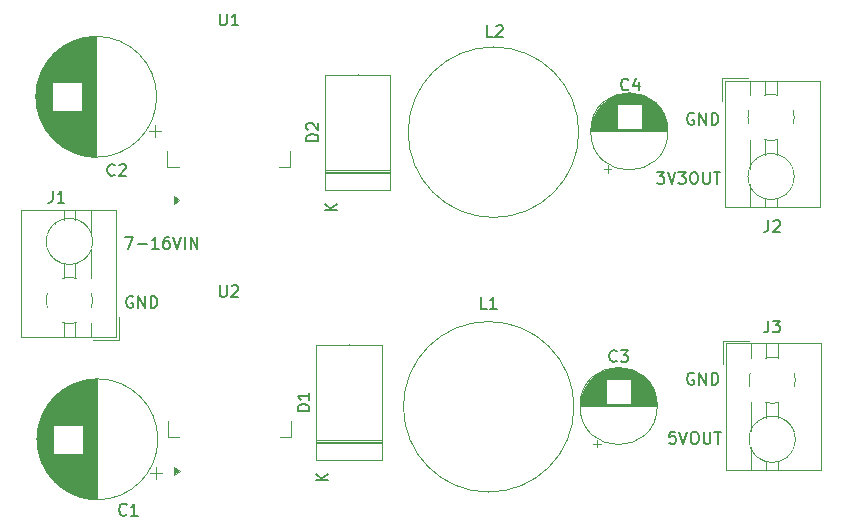
<source format=gbr>
%TF.GenerationSoftware,KiCad,Pcbnew,8.0.7*%
%TF.CreationDate,2024-12-31T18:49:18-05:00*%
%TF.ProjectId,12V-5V-3V3-BuckConverter,3132562d-3556-42d3-9356-332d4275636b,rev?*%
%TF.SameCoordinates,Original*%
%TF.FileFunction,Legend,Top*%
%TF.FilePolarity,Positive*%
%FSLAX46Y46*%
G04 Gerber Fmt 4.6, Leading zero omitted, Abs format (unit mm)*
G04 Created by KiCad (PCBNEW 8.0.7) date 2024-12-31 18:49:18*
%MOMM*%
%LPD*%
G01*
G04 APERTURE LIST*
%ADD10C,0.150000*%
%ADD11C,0.120000*%
G04 APERTURE END LIST*
D10*
X204241541Y-84369819D02*
X204860588Y-84369819D01*
X204860588Y-84369819D02*
X204527255Y-84750771D01*
X204527255Y-84750771D02*
X204670112Y-84750771D01*
X204670112Y-84750771D02*
X204765350Y-84798390D01*
X204765350Y-84798390D02*
X204812969Y-84846009D01*
X204812969Y-84846009D02*
X204860588Y-84941247D01*
X204860588Y-84941247D02*
X204860588Y-85179342D01*
X204860588Y-85179342D02*
X204812969Y-85274580D01*
X204812969Y-85274580D02*
X204765350Y-85322200D01*
X204765350Y-85322200D02*
X204670112Y-85369819D01*
X204670112Y-85369819D02*
X204384398Y-85369819D01*
X204384398Y-85369819D02*
X204289160Y-85322200D01*
X204289160Y-85322200D02*
X204241541Y-85274580D01*
X205146303Y-84369819D02*
X205479636Y-85369819D01*
X205479636Y-85369819D02*
X205812969Y-84369819D01*
X206051065Y-84369819D02*
X206670112Y-84369819D01*
X206670112Y-84369819D02*
X206336779Y-84750771D01*
X206336779Y-84750771D02*
X206479636Y-84750771D01*
X206479636Y-84750771D02*
X206574874Y-84798390D01*
X206574874Y-84798390D02*
X206622493Y-84846009D01*
X206622493Y-84846009D02*
X206670112Y-84941247D01*
X206670112Y-84941247D02*
X206670112Y-85179342D01*
X206670112Y-85179342D02*
X206622493Y-85274580D01*
X206622493Y-85274580D02*
X206574874Y-85322200D01*
X206574874Y-85322200D02*
X206479636Y-85369819D01*
X206479636Y-85369819D02*
X206193922Y-85369819D01*
X206193922Y-85369819D02*
X206098684Y-85322200D01*
X206098684Y-85322200D02*
X206051065Y-85274580D01*
X207289160Y-84369819D02*
X207479636Y-84369819D01*
X207479636Y-84369819D02*
X207574874Y-84417438D01*
X207574874Y-84417438D02*
X207670112Y-84512676D01*
X207670112Y-84512676D02*
X207717731Y-84703152D01*
X207717731Y-84703152D02*
X207717731Y-85036485D01*
X207717731Y-85036485D02*
X207670112Y-85226961D01*
X207670112Y-85226961D02*
X207574874Y-85322200D01*
X207574874Y-85322200D02*
X207479636Y-85369819D01*
X207479636Y-85369819D02*
X207289160Y-85369819D01*
X207289160Y-85369819D02*
X207193922Y-85322200D01*
X207193922Y-85322200D02*
X207098684Y-85226961D01*
X207098684Y-85226961D02*
X207051065Y-85036485D01*
X207051065Y-85036485D02*
X207051065Y-84703152D01*
X207051065Y-84703152D02*
X207098684Y-84512676D01*
X207098684Y-84512676D02*
X207193922Y-84417438D01*
X207193922Y-84417438D02*
X207289160Y-84369819D01*
X208146303Y-84369819D02*
X208146303Y-85179342D01*
X208146303Y-85179342D02*
X208193922Y-85274580D01*
X208193922Y-85274580D02*
X208241541Y-85322200D01*
X208241541Y-85322200D02*
X208336779Y-85369819D01*
X208336779Y-85369819D02*
X208527255Y-85369819D01*
X208527255Y-85369819D02*
X208622493Y-85322200D01*
X208622493Y-85322200D02*
X208670112Y-85274580D01*
X208670112Y-85274580D02*
X208717731Y-85179342D01*
X208717731Y-85179342D02*
X208717731Y-84369819D01*
X209051065Y-84369819D02*
X209622493Y-84369819D01*
X209336779Y-85369819D02*
X209336779Y-84369819D01*
X159241541Y-89869819D02*
X159908207Y-89869819D01*
X159908207Y-89869819D02*
X159479636Y-90869819D01*
X160289160Y-90488866D02*
X161051065Y-90488866D01*
X162051064Y-90869819D02*
X161479636Y-90869819D01*
X161765350Y-90869819D02*
X161765350Y-89869819D01*
X161765350Y-89869819D02*
X161670112Y-90012676D01*
X161670112Y-90012676D02*
X161574874Y-90107914D01*
X161574874Y-90107914D02*
X161479636Y-90155533D01*
X162908207Y-89869819D02*
X162717731Y-89869819D01*
X162717731Y-89869819D02*
X162622493Y-89917438D01*
X162622493Y-89917438D02*
X162574874Y-89965057D01*
X162574874Y-89965057D02*
X162479636Y-90107914D01*
X162479636Y-90107914D02*
X162432017Y-90298390D01*
X162432017Y-90298390D02*
X162432017Y-90679342D01*
X162432017Y-90679342D02*
X162479636Y-90774580D01*
X162479636Y-90774580D02*
X162527255Y-90822200D01*
X162527255Y-90822200D02*
X162622493Y-90869819D01*
X162622493Y-90869819D02*
X162812969Y-90869819D01*
X162812969Y-90869819D02*
X162908207Y-90822200D01*
X162908207Y-90822200D02*
X162955826Y-90774580D01*
X162955826Y-90774580D02*
X163003445Y-90679342D01*
X163003445Y-90679342D02*
X163003445Y-90441247D01*
X163003445Y-90441247D02*
X162955826Y-90346009D01*
X162955826Y-90346009D02*
X162908207Y-90298390D01*
X162908207Y-90298390D02*
X162812969Y-90250771D01*
X162812969Y-90250771D02*
X162622493Y-90250771D01*
X162622493Y-90250771D02*
X162527255Y-90298390D01*
X162527255Y-90298390D02*
X162479636Y-90346009D01*
X162479636Y-90346009D02*
X162432017Y-90441247D01*
X163289160Y-89869819D02*
X163622493Y-90869819D01*
X163622493Y-90869819D02*
X163955826Y-89869819D01*
X164289160Y-90869819D02*
X164289160Y-89869819D01*
X164765350Y-90869819D02*
X164765350Y-89869819D01*
X164765350Y-89869819D02*
X165336778Y-90869819D01*
X165336778Y-90869819D02*
X165336778Y-89869819D01*
X207360588Y-101417438D02*
X207265350Y-101369819D01*
X207265350Y-101369819D02*
X207122493Y-101369819D01*
X207122493Y-101369819D02*
X206979636Y-101417438D01*
X206979636Y-101417438D02*
X206884398Y-101512676D01*
X206884398Y-101512676D02*
X206836779Y-101607914D01*
X206836779Y-101607914D02*
X206789160Y-101798390D01*
X206789160Y-101798390D02*
X206789160Y-101941247D01*
X206789160Y-101941247D02*
X206836779Y-102131723D01*
X206836779Y-102131723D02*
X206884398Y-102226961D01*
X206884398Y-102226961D02*
X206979636Y-102322200D01*
X206979636Y-102322200D02*
X207122493Y-102369819D01*
X207122493Y-102369819D02*
X207217731Y-102369819D01*
X207217731Y-102369819D02*
X207360588Y-102322200D01*
X207360588Y-102322200D02*
X207408207Y-102274580D01*
X207408207Y-102274580D02*
X207408207Y-101941247D01*
X207408207Y-101941247D02*
X207217731Y-101941247D01*
X207836779Y-102369819D02*
X207836779Y-101369819D01*
X207836779Y-101369819D02*
X208408207Y-102369819D01*
X208408207Y-102369819D02*
X208408207Y-101369819D01*
X208884398Y-102369819D02*
X208884398Y-101369819D01*
X208884398Y-101369819D02*
X209122493Y-101369819D01*
X209122493Y-101369819D02*
X209265350Y-101417438D01*
X209265350Y-101417438D02*
X209360588Y-101512676D01*
X209360588Y-101512676D02*
X209408207Y-101607914D01*
X209408207Y-101607914D02*
X209455826Y-101798390D01*
X209455826Y-101798390D02*
X209455826Y-101941247D01*
X209455826Y-101941247D02*
X209408207Y-102131723D01*
X209408207Y-102131723D02*
X209360588Y-102226961D01*
X209360588Y-102226961D02*
X209265350Y-102322200D01*
X209265350Y-102322200D02*
X209122493Y-102369819D01*
X209122493Y-102369819D02*
X208884398Y-102369819D01*
X207360588Y-79417438D02*
X207265350Y-79369819D01*
X207265350Y-79369819D02*
X207122493Y-79369819D01*
X207122493Y-79369819D02*
X206979636Y-79417438D01*
X206979636Y-79417438D02*
X206884398Y-79512676D01*
X206884398Y-79512676D02*
X206836779Y-79607914D01*
X206836779Y-79607914D02*
X206789160Y-79798390D01*
X206789160Y-79798390D02*
X206789160Y-79941247D01*
X206789160Y-79941247D02*
X206836779Y-80131723D01*
X206836779Y-80131723D02*
X206884398Y-80226961D01*
X206884398Y-80226961D02*
X206979636Y-80322200D01*
X206979636Y-80322200D02*
X207122493Y-80369819D01*
X207122493Y-80369819D02*
X207217731Y-80369819D01*
X207217731Y-80369819D02*
X207360588Y-80322200D01*
X207360588Y-80322200D02*
X207408207Y-80274580D01*
X207408207Y-80274580D02*
X207408207Y-79941247D01*
X207408207Y-79941247D02*
X207217731Y-79941247D01*
X207836779Y-80369819D02*
X207836779Y-79369819D01*
X207836779Y-79369819D02*
X208408207Y-80369819D01*
X208408207Y-80369819D02*
X208408207Y-79369819D01*
X208884398Y-80369819D02*
X208884398Y-79369819D01*
X208884398Y-79369819D02*
X209122493Y-79369819D01*
X209122493Y-79369819D02*
X209265350Y-79417438D01*
X209265350Y-79417438D02*
X209360588Y-79512676D01*
X209360588Y-79512676D02*
X209408207Y-79607914D01*
X209408207Y-79607914D02*
X209455826Y-79798390D01*
X209455826Y-79798390D02*
X209455826Y-79941247D01*
X209455826Y-79941247D02*
X209408207Y-80131723D01*
X209408207Y-80131723D02*
X209360588Y-80226961D01*
X209360588Y-80226961D02*
X209265350Y-80322200D01*
X209265350Y-80322200D02*
X209122493Y-80369819D01*
X209122493Y-80369819D02*
X208884398Y-80369819D01*
X159860588Y-94917438D02*
X159765350Y-94869819D01*
X159765350Y-94869819D02*
X159622493Y-94869819D01*
X159622493Y-94869819D02*
X159479636Y-94917438D01*
X159479636Y-94917438D02*
X159384398Y-95012676D01*
X159384398Y-95012676D02*
X159336779Y-95107914D01*
X159336779Y-95107914D02*
X159289160Y-95298390D01*
X159289160Y-95298390D02*
X159289160Y-95441247D01*
X159289160Y-95441247D02*
X159336779Y-95631723D01*
X159336779Y-95631723D02*
X159384398Y-95726961D01*
X159384398Y-95726961D02*
X159479636Y-95822200D01*
X159479636Y-95822200D02*
X159622493Y-95869819D01*
X159622493Y-95869819D02*
X159717731Y-95869819D01*
X159717731Y-95869819D02*
X159860588Y-95822200D01*
X159860588Y-95822200D02*
X159908207Y-95774580D01*
X159908207Y-95774580D02*
X159908207Y-95441247D01*
X159908207Y-95441247D02*
X159717731Y-95441247D01*
X160336779Y-95869819D02*
X160336779Y-94869819D01*
X160336779Y-94869819D02*
X160908207Y-95869819D01*
X160908207Y-95869819D02*
X160908207Y-94869819D01*
X161384398Y-95869819D02*
X161384398Y-94869819D01*
X161384398Y-94869819D02*
X161622493Y-94869819D01*
X161622493Y-94869819D02*
X161765350Y-94917438D01*
X161765350Y-94917438D02*
X161860588Y-95012676D01*
X161860588Y-95012676D02*
X161908207Y-95107914D01*
X161908207Y-95107914D02*
X161955826Y-95298390D01*
X161955826Y-95298390D02*
X161955826Y-95441247D01*
X161955826Y-95441247D02*
X161908207Y-95631723D01*
X161908207Y-95631723D02*
X161860588Y-95726961D01*
X161860588Y-95726961D02*
X161765350Y-95822200D01*
X161765350Y-95822200D02*
X161622493Y-95869819D01*
X161622493Y-95869819D02*
X161384398Y-95869819D01*
X205812969Y-106369819D02*
X205336779Y-106369819D01*
X205336779Y-106369819D02*
X205289160Y-106846009D01*
X205289160Y-106846009D02*
X205336779Y-106798390D01*
X205336779Y-106798390D02*
X205432017Y-106750771D01*
X205432017Y-106750771D02*
X205670112Y-106750771D01*
X205670112Y-106750771D02*
X205765350Y-106798390D01*
X205765350Y-106798390D02*
X205812969Y-106846009D01*
X205812969Y-106846009D02*
X205860588Y-106941247D01*
X205860588Y-106941247D02*
X205860588Y-107179342D01*
X205860588Y-107179342D02*
X205812969Y-107274580D01*
X205812969Y-107274580D02*
X205765350Y-107322200D01*
X205765350Y-107322200D02*
X205670112Y-107369819D01*
X205670112Y-107369819D02*
X205432017Y-107369819D01*
X205432017Y-107369819D02*
X205336779Y-107322200D01*
X205336779Y-107322200D02*
X205289160Y-107274580D01*
X206146303Y-106369819D02*
X206479636Y-107369819D01*
X206479636Y-107369819D02*
X206812969Y-106369819D01*
X207336779Y-106369819D02*
X207527255Y-106369819D01*
X207527255Y-106369819D02*
X207622493Y-106417438D01*
X207622493Y-106417438D02*
X207717731Y-106512676D01*
X207717731Y-106512676D02*
X207765350Y-106703152D01*
X207765350Y-106703152D02*
X207765350Y-107036485D01*
X207765350Y-107036485D02*
X207717731Y-107226961D01*
X207717731Y-107226961D02*
X207622493Y-107322200D01*
X207622493Y-107322200D02*
X207527255Y-107369819D01*
X207527255Y-107369819D02*
X207336779Y-107369819D01*
X207336779Y-107369819D02*
X207241541Y-107322200D01*
X207241541Y-107322200D02*
X207146303Y-107226961D01*
X207146303Y-107226961D02*
X207098684Y-107036485D01*
X207098684Y-107036485D02*
X207098684Y-106703152D01*
X207098684Y-106703152D02*
X207146303Y-106512676D01*
X207146303Y-106512676D02*
X207241541Y-106417438D01*
X207241541Y-106417438D02*
X207336779Y-106369819D01*
X208193922Y-106369819D02*
X208193922Y-107179342D01*
X208193922Y-107179342D02*
X208241541Y-107274580D01*
X208241541Y-107274580D02*
X208289160Y-107322200D01*
X208289160Y-107322200D02*
X208384398Y-107369819D01*
X208384398Y-107369819D02*
X208574874Y-107369819D01*
X208574874Y-107369819D02*
X208670112Y-107322200D01*
X208670112Y-107322200D02*
X208717731Y-107274580D01*
X208717731Y-107274580D02*
X208765350Y-107179342D01*
X208765350Y-107179342D02*
X208765350Y-106369819D01*
X209098684Y-106369819D02*
X209670112Y-106369819D01*
X209384398Y-107369819D02*
X209384398Y-106369819D01*
X167238095Y-70954819D02*
X167238095Y-71764342D01*
X167238095Y-71764342D02*
X167285714Y-71859580D01*
X167285714Y-71859580D02*
X167333333Y-71907200D01*
X167333333Y-71907200D02*
X167428571Y-71954819D01*
X167428571Y-71954819D02*
X167619047Y-71954819D01*
X167619047Y-71954819D02*
X167714285Y-71907200D01*
X167714285Y-71907200D02*
X167761904Y-71859580D01*
X167761904Y-71859580D02*
X167809523Y-71764342D01*
X167809523Y-71764342D02*
X167809523Y-70954819D01*
X168809523Y-71954819D02*
X168238095Y-71954819D01*
X168523809Y-71954819D02*
X168523809Y-70954819D01*
X168523809Y-70954819D02*
X168428571Y-71097676D01*
X168428571Y-71097676D02*
X168333333Y-71192914D01*
X168333333Y-71192914D02*
X168238095Y-71240533D01*
X190333333Y-72954819D02*
X189857143Y-72954819D01*
X189857143Y-72954819D02*
X189857143Y-71954819D01*
X190619048Y-72050057D02*
X190666667Y-72002438D01*
X190666667Y-72002438D02*
X190761905Y-71954819D01*
X190761905Y-71954819D02*
X191000000Y-71954819D01*
X191000000Y-71954819D02*
X191095238Y-72002438D01*
X191095238Y-72002438D02*
X191142857Y-72050057D01*
X191142857Y-72050057D02*
X191190476Y-72145295D01*
X191190476Y-72145295D02*
X191190476Y-72240533D01*
X191190476Y-72240533D02*
X191142857Y-72383390D01*
X191142857Y-72383390D02*
X190571429Y-72954819D01*
X190571429Y-72954819D02*
X191190476Y-72954819D01*
X189833333Y-95954819D02*
X189357143Y-95954819D01*
X189357143Y-95954819D02*
X189357143Y-94954819D01*
X190690476Y-95954819D02*
X190119048Y-95954819D01*
X190404762Y-95954819D02*
X190404762Y-94954819D01*
X190404762Y-94954819D02*
X190309524Y-95097676D01*
X190309524Y-95097676D02*
X190214286Y-95192914D01*
X190214286Y-95192914D02*
X190119048Y-95240533D01*
X213666666Y-96954819D02*
X213666666Y-97669104D01*
X213666666Y-97669104D02*
X213619047Y-97811961D01*
X213619047Y-97811961D02*
X213523809Y-97907200D01*
X213523809Y-97907200D02*
X213380952Y-97954819D01*
X213380952Y-97954819D02*
X213285714Y-97954819D01*
X214047619Y-96954819D02*
X214666666Y-96954819D01*
X214666666Y-96954819D02*
X214333333Y-97335771D01*
X214333333Y-97335771D02*
X214476190Y-97335771D01*
X214476190Y-97335771D02*
X214571428Y-97383390D01*
X214571428Y-97383390D02*
X214619047Y-97431009D01*
X214619047Y-97431009D02*
X214666666Y-97526247D01*
X214666666Y-97526247D02*
X214666666Y-97764342D01*
X214666666Y-97764342D02*
X214619047Y-97859580D01*
X214619047Y-97859580D02*
X214571428Y-97907200D01*
X214571428Y-97907200D02*
X214476190Y-97954819D01*
X214476190Y-97954819D02*
X214190476Y-97954819D01*
X214190476Y-97954819D02*
X214095238Y-97907200D01*
X214095238Y-97907200D02*
X214047619Y-97859580D01*
X213671666Y-88454819D02*
X213671666Y-89169104D01*
X213671666Y-89169104D02*
X213624047Y-89311961D01*
X213624047Y-89311961D02*
X213528809Y-89407200D01*
X213528809Y-89407200D02*
X213385952Y-89454819D01*
X213385952Y-89454819D02*
X213290714Y-89454819D01*
X214100238Y-88550057D02*
X214147857Y-88502438D01*
X214147857Y-88502438D02*
X214243095Y-88454819D01*
X214243095Y-88454819D02*
X214481190Y-88454819D01*
X214481190Y-88454819D02*
X214576428Y-88502438D01*
X214576428Y-88502438D02*
X214624047Y-88550057D01*
X214624047Y-88550057D02*
X214671666Y-88645295D01*
X214671666Y-88645295D02*
X214671666Y-88740533D01*
X214671666Y-88740533D02*
X214624047Y-88883390D01*
X214624047Y-88883390D02*
X214052619Y-89454819D01*
X214052619Y-89454819D02*
X214671666Y-89454819D01*
X153071666Y-85954819D02*
X153071666Y-86669104D01*
X153071666Y-86669104D02*
X153024047Y-86811961D01*
X153024047Y-86811961D02*
X152928809Y-86907200D01*
X152928809Y-86907200D02*
X152785952Y-86954819D01*
X152785952Y-86954819D02*
X152690714Y-86954819D01*
X154071666Y-86954819D02*
X153500238Y-86954819D01*
X153785952Y-86954819D02*
X153785952Y-85954819D01*
X153785952Y-85954819D02*
X153690714Y-86097676D01*
X153690714Y-86097676D02*
X153595476Y-86192914D01*
X153595476Y-86192914D02*
X153500238Y-86240533D01*
X175569819Y-81738094D02*
X174569819Y-81738094D01*
X174569819Y-81738094D02*
X174569819Y-81499999D01*
X174569819Y-81499999D02*
X174617438Y-81357142D01*
X174617438Y-81357142D02*
X174712676Y-81261904D01*
X174712676Y-81261904D02*
X174807914Y-81214285D01*
X174807914Y-81214285D02*
X174998390Y-81166666D01*
X174998390Y-81166666D02*
X175141247Y-81166666D01*
X175141247Y-81166666D02*
X175331723Y-81214285D01*
X175331723Y-81214285D02*
X175426961Y-81261904D01*
X175426961Y-81261904D02*
X175522200Y-81357142D01*
X175522200Y-81357142D02*
X175569819Y-81499999D01*
X175569819Y-81499999D02*
X175569819Y-81738094D01*
X174665057Y-80785713D02*
X174617438Y-80738094D01*
X174617438Y-80738094D02*
X174569819Y-80642856D01*
X174569819Y-80642856D02*
X174569819Y-80404761D01*
X174569819Y-80404761D02*
X174617438Y-80309523D01*
X174617438Y-80309523D02*
X174665057Y-80261904D01*
X174665057Y-80261904D02*
X174760295Y-80214285D01*
X174760295Y-80214285D02*
X174855533Y-80214285D01*
X174855533Y-80214285D02*
X174998390Y-80261904D01*
X174998390Y-80261904D02*
X175569819Y-80833332D01*
X175569819Y-80833332D02*
X175569819Y-80214285D01*
X177154819Y-87611904D02*
X176154819Y-87611904D01*
X177154819Y-87040476D02*
X176583390Y-87469047D01*
X176154819Y-87040476D02*
X176726247Y-87611904D01*
X174812496Y-104613094D02*
X173812496Y-104613094D01*
X173812496Y-104613094D02*
X173812496Y-104374999D01*
X173812496Y-104374999D02*
X173860115Y-104232142D01*
X173860115Y-104232142D02*
X173955353Y-104136904D01*
X173955353Y-104136904D02*
X174050591Y-104089285D01*
X174050591Y-104089285D02*
X174241067Y-104041666D01*
X174241067Y-104041666D02*
X174383924Y-104041666D01*
X174383924Y-104041666D02*
X174574400Y-104089285D01*
X174574400Y-104089285D02*
X174669638Y-104136904D01*
X174669638Y-104136904D02*
X174764877Y-104232142D01*
X174764877Y-104232142D02*
X174812496Y-104374999D01*
X174812496Y-104374999D02*
X174812496Y-104613094D01*
X174812496Y-103089285D02*
X174812496Y-103660713D01*
X174812496Y-103374999D02*
X173812496Y-103374999D01*
X173812496Y-103374999D02*
X173955353Y-103470237D01*
X173955353Y-103470237D02*
X174050591Y-103565475D01*
X174050591Y-103565475D02*
X174098210Y-103660713D01*
X176397496Y-110486904D02*
X175397496Y-110486904D01*
X176397496Y-109915476D02*
X175826067Y-110344047D01*
X175397496Y-109915476D02*
X175968924Y-110486904D01*
X201833333Y-77359580D02*
X201785714Y-77407200D01*
X201785714Y-77407200D02*
X201642857Y-77454819D01*
X201642857Y-77454819D02*
X201547619Y-77454819D01*
X201547619Y-77454819D02*
X201404762Y-77407200D01*
X201404762Y-77407200D02*
X201309524Y-77311961D01*
X201309524Y-77311961D02*
X201261905Y-77216723D01*
X201261905Y-77216723D02*
X201214286Y-77026247D01*
X201214286Y-77026247D02*
X201214286Y-76883390D01*
X201214286Y-76883390D02*
X201261905Y-76692914D01*
X201261905Y-76692914D02*
X201309524Y-76597676D01*
X201309524Y-76597676D02*
X201404762Y-76502438D01*
X201404762Y-76502438D02*
X201547619Y-76454819D01*
X201547619Y-76454819D02*
X201642857Y-76454819D01*
X201642857Y-76454819D02*
X201785714Y-76502438D01*
X201785714Y-76502438D02*
X201833333Y-76550057D01*
X202690476Y-76788152D02*
X202690476Y-77454819D01*
X202452381Y-76407200D02*
X202214286Y-77121485D01*
X202214286Y-77121485D02*
X202833333Y-77121485D01*
X200833333Y-100359580D02*
X200785714Y-100407200D01*
X200785714Y-100407200D02*
X200642857Y-100454819D01*
X200642857Y-100454819D02*
X200547619Y-100454819D01*
X200547619Y-100454819D02*
X200404762Y-100407200D01*
X200404762Y-100407200D02*
X200309524Y-100311961D01*
X200309524Y-100311961D02*
X200261905Y-100216723D01*
X200261905Y-100216723D02*
X200214286Y-100026247D01*
X200214286Y-100026247D02*
X200214286Y-99883390D01*
X200214286Y-99883390D02*
X200261905Y-99692914D01*
X200261905Y-99692914D02*
X200309524Y-99597676D01*
X200309524Y-99597676D02*
X200404762Y-99502438D01*
X200404762Y-99502438D02*
X200547619Y-99454819D01*
X200547619Y-99454819D02*
X200642857Y-99454819D01*
X200642857Y-99454819D02*
X200785714Y-99502438D01*
X200785714Y-99502438D02*
X200833333Y-99550057D01*
X201166667Y-99454819D02*
X201785714Y-99454819D01*
X201785714Y-99454819D02*
X201452381Y-99835771D01*
X201452381Y-99835771D02*
X201595238Y-99835771D01*
X201595238Y-99835771D02*
X201690476Y-99883390D01*
X201690476Y-99883390D02*
X201738095Y-99931009D01*
X201738095Y-99931009D02*
X201785714Y-100026247D01*
X201785714Y-100026247D02*
X201785714Y-100264342D01*
X201785714Y-100264342D02*
X201738095Y-100359580D01*
X201738095Y-100359580D02*
X201690476Y-100407200D01*
X201690476Y-100407200D02*
X201595238Y-100454819D01*
X201595238Y-100454819D02*
X201309524Y-100454819D01*
X201309524Y-100454819D02*
X201214286Y-100407200D01*
X201214286Y-100407200D02*
X201166667Y-100359580D01*
X158333333Y-84609580D02*
X158285714Y-84657200D01*
X158285714Y-84657200D02*
X158142857Y-84704819D01*
X158142857Y-84704819D02*
X158047619Y-84704819D01*
X158047619Y-84704819D02*
X157904762Y-84657200D01*
X157904762Y-84657200D02*
X157809524Y-84561961D01*
X157809524Y-84561961D02*
X157761905Y-84466723D01*
X157761905Y-84466723D02*
X157714286Y-84276247D01*
X157714286Y-84276247D02*
X157714286Y-84133390D01*
X157714286Y-84133390D02*
X157761905Y-83942914D01*
X157761905Y-83942914D02*
X157809524Y-83847676D01*
X157809524Y-83847676D02*
X157904762Y-83752438D01*
X157904762Y-83752438D02*
X158047619Y-83704819D01*
X158047619Y-83704819D02*
X158142857Y-83704819D01*
X158142857Y-83704819D02*
X158285714Y-83752438D01*
X158285714Y-83752438D02*
X158333333Y-83800057D01*
X158714286Y-83800057D02*
X158761905Y-83752438D01*
X158761905Y-83752438D02*
X158857143Y-83704819D01*
X158857143Y-83704819D02*
X159095238Y-83704819D01*
X159095238Y-83704819D02*
X159190476Y-83752438D01*
X159190476Y-83752438D02*
X159238095Y-83800057D01*
X159238095Y-83800057D02*
X159285714Y-83895295D01*
X159285714Y-83895295D02*
X159285714Y-83990533D01*
X159285714Y-83990533D02*
X159238095Y-84133390D01*
X159238095Y-84133390D02*
X158666667Y-84704819D01*
X158666667Y-84704819D02*
X159285714Y-84704819D01*
X159333333Y-113359580D02*
X159285714Y-113407200D01*
X159285714Y-113407200D02*
X159142857Y-113454819D01*
X159142857Y-113454819D02*
X159047619Y-113454819D01*
X159047619Y-113454819D02*
X158904762Y-113407200D01*
X158904762Y-113407200D02*
X158809524Y-113311961D01*
X158809524Y-113311961D02*
X158761905Y-113216723D01*
X158761905Y-113216723D02*
X158714286Y-113026247D01*
X158714286Y-113026247D02*
X158714286Y-112883390D01*
X158714286Y-112883390D02*
X158761905Y-112692914D01*
X158761905Y-112692914D02*
X158809524Y-112597676D01*
X158809524Y-112597676D02*
X158904762Y-112502438D01*
X158904762Y-112502438D02*
X159047619Y-112454819D01*
X159047619Y-112454819D02*
X159142857Y-112454819D01*
X159142857Y-112454819D02*
X159285714Y-112502438D01*
X159285714Y-112502438D02*
X159333333Y-112550057D01*
X160285714Y-113454819D02*
X159714286Y-113454819D01*
X160000000Y-113454819D02*
X160000000Y-112454819D01*
X160000000Y-112454819D02*
X159904762Y-112597676D01*
X159904762Y-112597676D02*
X159809524Y-112692914D01*
X159809524Y-112692914D02*
X159714286Y-112740533D01*
X167238095Y-93954819D02*
X167238095Y-94764342D01*
X167238095Y-94764342D02*
X167285714Y-94859580D01*
X167285714Y-94859580D02*
X167333333Y-94907200D01*
X167333333Y-94907200D02*
X167428571Y-94954819D01*
X167428571Y-94954819D02*
X167619047Y-94954819D01*
X167619047Y-94954819D02*
X167714285Y-94907200D01*
X167714285Y-94907200D02*
X167761904Y-94859580D01*
X167761904Y-94859580D02*
X167809523Y-94764342D01*
X167809523Y-94764342D02*
X167809523Y-93954819D01*
X168238095Y-94050057D02*
X168285714Y-94002438D01*
X168285714Y-94002438D02*
X168380952Y-93954819D01*
X168380952Y-93954819D02*
X168619047Y-93954819D01*
X168619047Y-93954819D02*
X168714285Y-94002438D01*
X168714285Y-94002438D02*
X168761904Y-94050057D01*
X168761904Y-94050057D02*
X168809523Y-94145295D01*
X168809523Y-94145295D02*
X168809523Y-94240533D01*
X168809523Y-94240533D02*
X168761904Y-94383390D01*
X168761904Y-94383390D02*
X168190476Y-94954819D01*
X168190476Y-94954819D02*
X168809523Y-94954819D01*
D11*
%TO.C,U1*%
X162800000Y-83950000D02*
X163750000Y-83950000D01*
X173200000Y-83950000D02*
X172250000Y-83950000D01*
X162800000Y-82585000D02*
X162800000Y-83950000D01*
X173200000Y-82585000D02*
X173200000Y-83950000D01*
X163790000Y-86775000D02*
X163320000Y-87115000D01*
X163320000Y-86435000D01*
X163790000Y-86775000D01*
G36*
X163790000Y-86775000D02*
G01*
X163320000Y-87115000D01*
X163320000Y-86435000D01*
X163790000Y-86775000D01*
G37*
%TO.C,L2*%
X197620000Y-81000000D02*
G75*
G02*
X183180000Y-81000000I-7220000J0D01*
G01*
X183180000Y-81000000D02*
G75*
G02*
X197620000Y-81000000I7220000J0D01*
G01*
%TO.C,L1*%
X197220000Y-104250000D02*
G75*
G02*
X182780000Y-104250000I-7220000J0D01*
G01*
X182780000Y-104250000D02*
G75*
G02*
X197220000Y-104250000I7220000J0D01*
G01*
%TO.C,J3*%
X215180084Y-108565937D02*
G75*
G02*
X212820000Y-108566000I-1180084J1565937D01*
G01*
X215286364Y-108479873D02*
G75*
G02*
X215180000Y-108566000I-1285964J1479373D01*
G01*
X212820372Y-108566102D02*
G75*
G02*
X212714001Y-108479999I1180228J1566802D01*
G01*
X215410097Y-108362286D02*
G75*
G02*
X215286000Y-108480000I-1409897J1362086D01*
G01*
X212714072Y-108479707D02*
G75*
G02*
X212590001Y-108361999I1286128J1479907D01*
G01*
X215523341Y-108233928D02*
G75*
G02*
X215410000Y-108362000I-1523441J1234028D01*
G01*
X212589349Y-108362130D02*
G75*
G02*
X212476001Y-108233999I1411251J1362630D01*
G01*
X215625751Y-108096479D02*
G75*
G02*
X215523999Y-108233999I-1625451J1096279D01*
G01*
X212476706Y-108233457D02*
G75*
G02*
X212374997Y-108096002I1523094J1233357D01*
G01*
X215730826Y-107920652D02*
G75*
G02*
X215643999Y-108067999I-1730626J920552D01*
G01*
X212355857Y-108068362D02*
G75*
G02*
X212269000Y-107921000I1644143J1068362D01*
G01*
X215853920Y-107638712D02*
G75*
G02*
X215777002Y-107829001I-1854220J638812D01*
G01*
X212222950Y-107829295D02*
G75*
G02*
X212146002Y-107638999I1777350J829395D01*
G01*
X215960944Y-107000487D02*
G75*
G02*
X215894000Y-107508000I-1960944J487D01*
G01*
X215893473Y-106493681D02*
G75*
G02*
X215959999Y-107001000I-1893473J-506319D01*
G01*
X212106785Y-107507285D02*
G75*
G02*
X212040000Y-107000000I1893215J507285D01*
G01*
X212039315Y-107000479D02*
G75*
G02*
X212105996Y-106492999I1960785J479D01*
G01*
X215777259Y-106172694D02*
G75*
G02*
X215854000Y-106363000I-1777259J-827306D01*
G01*
X212146185Y-106362283D02*
G75*
G02*
X212223000Y-106172000I1853815J-637717D01*
G01*
X215644317Y-105933630D02*
G75*
G02*
X215730997Y-106081002I-1644917J-1066670D01*
G01*
X212269261Y-106080344D02*
G75*
G02*
X212355999Y-105932999I1730939J-919756D01*
G01*
X215524377Y-105767452D02*
G75*
G02*
X215626000Y-105905000I-1524377J-1232548D01*
G01*
X212374336Y-105904517D02*
G75*
G02*
X212476000Y-105767000I1625664J-1095483D01*
G01*
X215410738Y-105638867D02*
G75*
G02*
X215524001Y-105767000I-1410838J-1361233D01*
G01*
X212476747Y-105767069D02*
G75*
G02*
X212590000Y-105639000I1523153J-1232831D01*
G01*
X215287012Y-105521202D02*
G75*
G02*
X215411000Y-105639000I-1286912J-1478698D01*
G01*
X212589990Y-105638710D02*
G75*
G02*
X212714000Y-105520999I1410110J-1361390D01*
G01*
X215180695Y-105434826D02*
G75*
G02*
X215287000Y-105521000I-1180295J-1564674D01*
G01*
X212713706Y-105521125D02*
G75*
G02*
X212820001Y-105435001I1286194J-1478775D01*
G01*
X212820878Y-105434339D02*
G75*
G02*
X215180000Y-105435000I1179122J-1565661D01*
G01*
X214572619Y-103875422D02*
G75*
G02*
X213426000Y-103875000I-572619J1875422D01*
G01*
X215875422Y-101427381D02*
G75*
G02*
X215875000Y-102574000I-1875422J-572619D01*
G01*
X212125643Y-102573049D02*
G75*
G02*
X212040000Y-102000000I1874363J573051D01*
G01*
X212039393Y-102033500D02*
G75*
G02*
X212125000Y-101426000I1960607J33500D01*
G01*
X213427381Y-100124578D02*
G75*
G02*
X214574000Y-100125000I572619J-1875415D01*
G01*
X218120000Y-109620000D02*
X210080000Y-109620000D01*
X213500000Y-108836000D02*
X213500000Y-109620000D01*
X214500000Y-108836000D02*
X214500000Y-109620000D01*
X215248000Y-108487000D02*
X215248000Y-108487000D01*
X212200000Y-107670000D02*
X212200000Y-109620000D01*
X212752000Y-105514000D02*
X212752000Y-105514000D01*
X212200000Y-103880000D02*
X212200000Y-106331000D01*
X213500000Y-103880000D02*
X213500000Y-105165000D01*
X214500000Y-103880000D02*
X214500000Y-105165000D01*
X210080000Y-98880000D02*
X210080000Y-109620000D01*
X212200000Y-98880000D02*
X212200000Y-100120000D01*
X213500000Y-98880000D02*
X213500000Y-100120000D01*
X214500000Y-98880000D02*
X214500000Y-100120000D01*
X218120000Y-98880000D02*
X218120000Y-109620000D01*
X218120000Y-98880000D02*
X210080000Y-98880000D01*
X209840000Y-98640000D02*
X209840000Y-100590000D01*
X212030000Y-98640000D02*
X209840000Y-98640000D01*
%TO.C,J2*%
X211935000Y-76390000D02*
X209745000Y-76390000D01*
X209745000Y-76390000D02*
X209745000Y-78340000D01*
X218025000Y-76630000D02*
X209985000Y-76630000D01*
X218025000Y-76630000D02*
X218025000Y-87370000D01*
X214405000Y-76630000D02*
X214405000Y-77870000D01*
X213405000Y-76630000D02*
X213405000Y-77870000D01*
X212105000Y-76630000D02*
X212105000Y-77870000D01*
X209985000Y-76630000D02*
X209985000Y-87370000D01*
X214405000Y-81630000D02*
X214405000Y-82915000D01*
X213405000Y-81630000D02*
X213405000Y-82915000D01*
X212105000Y-81630000D02*
X212105000Y-84081000D01*
X212657000Y-83264000D02*
X212657000Y-83264000D01*
X212105000Y-85420000D02*
X212105000Y-87370000D01*
X215153000Y-86237000D02*
X215153000Y-86237000D01*
X214405000Y-86586000D02*
X214405000Y-87370000D01*
X213405000Y-86586000D02*
X213405000Y-87370000D01*
X218025000Y-87370000D02*
X209985000Y-87370000D01*
X213332381Y-77874578D02*
G75*
G02*
X214479000Y-77875000I572619J-1875415D01*
G01*
X211944393Y-79783500D02*
G75*
G02*
X212030000Y-79176000I1960607J33500D01*
G01*
X212030643Y-80323049D02*
G75*
G02*
X211945000Y-79750000I1874363J573051D01*
G01*
X215780422Y-79177381D02*
G75*
G02*
X215780000Y-80324000I-1875422J-572619D01*
G01*
X214477619Y-81625422D02*
G75*
G02*
X213331000Y-81625000I-572619J1875422D01*
G01*
X212725878Y-83184339D02*
G75*
G02*
X215085000Y-83185000I1179122J-1565661D01*
G01*
X212618706Y-83271125D02*
G75*
G02*
X212725001Y-83185001I1286194J-1478775D01*
G01*
X215085695Y-83184826D02*
G75*
G02*
X215192000Y-83271000I-1180295J-1564674D01*
G01*
X212494990Y-83388710D02*
G75*
G02*
X212619000Y-83270999I1410110J-1361390D01*
G01*
X215192012Y-83271202D02*
G75*
G02*
X215316000Y-83389000I-1286912J-1478698D01*
G01*
X212381747Y-83517069D02*
G75*
G02*
X212495000Y-83389000I1523153J-1232831D01*
G01*
X215315738Y-83388867D02*
G75*
G02*
X215429001Y-83517000I-1410838J-1361233D01*
G01*
X212279336Y-83654517D02*
G75*
G02*
X212381000Y-83517000I1625664J-1095483D01*
G01*
X215429377Y-83517452D02*
G75*
G02*
X215531000Y-83655000I-1524377J-1232548D01*
G01*
X212174261Y-83830344D02*
G75*
G02*
X212260999Y-83682999I1730939J-919756D01*
G01*
X215549317Y-83683630D02*
G75*
G02*
X215635997Y-83831002I-1644917J-1066670D01*
G01*
X212051185Y-84112283D02*
G75*
G02*
X212128000Y-83922000I1853815J-637717D01*
G01*
X215682259Y-83922694D02*
G75*
G02*
X215759000Y-84113000I-1777259J-827306D01*
G01*
X211944315Y-84750479D02*
G75*
G02*
X212010996Y-84242999I1960785J479D01*
G01*
X212011785Y-85257285D02*
G75*
G02*
X211945000Y-84750000I1893215J507285D01*
G01*
X215798473Y-84243681D02*
G75*
G02*
X215864999Y-84751000I-1893473J-506319D01*
G01*
X215865944Y-84750487D02*
G75*
G02*
X215799000Y-85258000I-1960944J487D01*
G01*
X212127950Y-85579295D02*
G75*
G02*
X212051002Y-85388999I1777350J829395D01*
G01*
X215758920Y-85388712D02*
G75*
G02*
X215682002Y-85579001I-1854220J638812D01*
G01*
X212260857Y-85818362D02*
G75*
G02*
X212174000Y-85671000I1644143J1068362D01*
G01*
X215635826Y-85670652D02*
G75*
G02*
X215548999Y-85817999I-1730626J920552D01*
G01*
X212381706Y-85983457D02*
G75*
G02*
X212279997Y-85846002I1523094J1233357D01*
G01*
X215530751Y-85846479D02*
G75*
G02*
X215428999Y-85983999I-1625451J1096279D01*
G01*
X212494349Y-86112130D02*
G75*
G02*
X212381001Y-85983999I1411251J1362630D01*
G01*
X215428341Y-85983928D02*
G75*
G02*
X215315000Y-86112000I-1523441J1234028D01*
G01*
X212619072Y-86229707D02*
G75*
G02*
X212495001Y-86111999I1286128J1479907D01*
G01*
X215315097Y-86112286D02*
G75*
G02*
X215191000Y-86230000I-1409897J1362086D01*
G01*
X212725372Y-86316102D02*
G75*
G02*
X212619001Y-86229999I1180228J1566802D01*
G01*
X215191364Y-86229873D02*
G75*
G02*
X215085000Y-86316000I-1285964J1479373D01*
G01*
X215085084Y-86315937D02*
G75*
G02*
X212725000Y-86316000I-1180084J1565937D01*
G01*
%TO.C,J1*%
X153319916Y-88684063D02*
G75*
G02*
X155680000Y-88684000I1180084J-1565937D01*
G01*
X153213636Y-88770127D02*
G75*
G02*
X153320000Y-88684000I1285964J-1479373D01*
G01*
X155679628Y-88683898D02*
G75*
G02*
X155785999Y-88770001I-1180228J-1566802D01*
G01*
X153089903Y-88887714D02*
G75*
G02*
X153214000Y-88770000I1409897J-1362086D01*
G01*
X155785928Y-88770293D02*
G75*
G02*
X155909999Y-88888001I-1286128J-1479907D01*
G01*
X152976659Y-89016072D02*
G75*
G02*
X153090000Y-88888000I1523441J-1234028D01*
G01*
X155910651Y-88887870D02*
G75*
G02*
X156023999Y-89016001I-1411251J-1362630D01*
G01*
X152874249Y-89153521D02*
G75*
G02*
X152976001Y-89016001I1625451J-1096279D01*
G01*
X156023294Y-89016543D02*
G75*
G02*
X156125003Y-89153998I-1523094J-1233357D01*
G01*
X152769174Y-89329348D02*
G75*
G02*
X152856001Y-89182001I1730626J-920552D01*
G01*
X156144143Y-89181638D02*
G75*
G02*
X156231000Y-89329000I-1644143J-1068362D01*
G01*
X152646080Y-89611288D02*
G75*
G02*
X152722998Y-89420999I1854220J-638812D01*
G01*
X156277050Y-89420705D02*
G75*
G02*
X156353998Y-89611001I-1777350J-829395D01*
G01*
X152539056Y-90249513D02*
G75*
G02*
X152606000Y-89742000I1960944J-487D01*
G01*
X152606527Y-90756319D02*
G75*
G02*
X152540001Y-90249000I1893473J506319D01*
G01*
X156393215Y-89742715D02*
G75*
G02*
X156460000Y-90250000I-1893215J-507285D01*
G01*
X156460685Y-90249521D02*
G75*
G02*
X156394004Y-90757001I-1960785J-479D01*
G01*
X152722741Y-91077306D02*
G75*
G02*
X152646000Y-90887000I1777259J827306D01*
G01*
X156353815Y-90887717D02*
G75*
G02*
X156277000Y-91078000I-1853815J637717D01*
G01*
X152855683Y-91316370D02*
G75*
G02*
X152769003Y-91168998I1644917J1066670D01*
G01*
X156230739Y-91169656D02*
G75*
G02*
X156144001Y-91317001I-1730939J919756D01*
G01*
X152975623Y-91482548D02*
G75*
G02*
X152874000Y-91345000I1524377J1232548D01*
G01*
X156125664Y-91345483D02*
G75*
G02*
X156024000Y-91483000I-1625664J1095483D01*
G01*
X153089262Y-91611133D02*
G75*
G02*
X152975999Y-91483000I1410838J1361233D01*
G01*
X156023253Y-91482931D02*
G75*
G02*
X155910000Y-91611000I-1523153J1232831D01*
G01*
X153212988Y-91728798D02*
G75*
G02*
X153089000Y-91611000I1286912J1478698D01*
G01*
X155910010Y-91611290D02*
G75*
G02*
X155786000Y-91729001I-1410110J1361390D01*
G01*
X153319305Y-91815174D02*
G75*
G02*
X153213000Y-91729000I1180295J1564674D01*
G01*
X155786294Y-91728875D02*
G75*
G02*
X155679999Y-91814999I-1286194J1478775D01*
G01*
X155679122Y-91815661D02*
G75*
G02*
X153320000Y-91815000I-1179122J1565661D01*
G01*
X153927381Y-93374578D02*
G75*
G02*
X155074000Y-93375000I572619J-1875422D01*
G01*
X152624578Y-95822619D02*
G75*
G02*
X152625000Y-94676000I1875422J572619D01*
G01*
X156374357Y-94676951D02*
G75*
G02*
X156460000Y-95250000I-1874363J-573051D01*
G01*
X156460607Y-95216500D02*
G75*
G02*
X156375000Y-95824000I-1960607J-33500D01*
G01*
X155072619Y-97125422D02*
G75*
G02*
X153926000Y-97125000I-572619J1875415D01*
G01*
X150380000Y-87630000D02*
X158420000Y-87630000D01*
X155000000Y-88414000D02*
X155000000Y-87630000D01*
X154000000Y-88414000D02*
X154000000Y-87630000D01*
X153252000Y-88763000D02*
X153252000Y-88763000D01*
X156300000Y-89580000D02*
X156300000Y-87630000D01*
X155748000Y-91736000D02*
X155748000Y-91736000D01*
X156300000Y-93370000D02*
X156300000Y-90919000D01*
X155000000Y-93370000D02*
X155000000Y-92085000D01*
X154000000Y-93370000D02*
X154000000Y-92085000D01*
X158420000Y-98370000D02*
X158420000Y-87630000D01*
X156300000Y-98370000D02*
X156300000Y-97130000D01*
X155000000Y-98370000D02*
X155000000Y-97130000D01*
X154000000Y-98370000D02*
X154000000Y-97130000D01*
X150380000Y-98370000D02*
X150380000Y-87630000D01*
X150380000Y-98370000D02*
X158420000Y-98370000D01*
X158660000Y-98610000D02*
X158660000Y-96660000D01*
X156470000Y-98610000D02*
X158660000Y-98610000D01*
%TO.C,D2*%
X178900000Y-76090000D02*
X178900000Y-76120000D01*
X181685000Y-76120000D02*
X176115000Y-76120000D01*
X176115000Y-76120000D02*
X176115000Y-85880000D01*
X176115000Y-84212000D02*
X181685000Y-84212000D01*
X176115000Y-84332000D02*
X181685000Y-84332000D01*
X176115000Y-84452000D02*
X181685000Y-84452000D01*
X181685000Y-85880000D02*
X181685000Y-76120000D01*
X176115000Y-85880000D02*
X181685000Y-85880000D01*
X178900000Y-85910000D02*
X178900000Y-85880000D01*
%TO.C,D1*%
X178142677Y-108785000D02*
X178142677Y-108755000D01*
X175357677Y-108755000D02*
X180927677Y-108755000D01*
X180927677Y-108755000D02*
X180927677Y-98995000D01*
X175357677Y-107327000D02*
X180927677Y-107327000D01*
X175357677Y-107207000D02*
X180927677Y-107207000D01*
X175357677Y-107087000D02*
X180927677Y-107087000D01*
X175357677Y-98995000D02*
X175357677Y-108755000D01*
X180927677Y-98995000D02*
X175357677Y-98995000D01*
X178142677Y-98965000D02*
X178142677Y-98995000D01*
%TO.C,C4*%
X200061000Y-84432621D02*
X200061000Y-83802621D01*
X199746000Y-84117621D02*
X200376000Y-84117621D01*
X198670000Y-80932380D02*
X205130000Y-80932380D01*
X198670000Y-80892380D02*
X205130000Y-80892380D01*
X198670000Y-80852380D02*
X205130000Y-80852380D01*
X198672000Y-80812380D02*
X205128000Y-80812380D01*
X198673000Y-80772380D02*
X205127000Y-80772380D01*
X198676000Y-80732380D02*
X205124000Y-80732380D01*
X198678000Y-80692380D02*
X200860000Y-80692380D01*
X202940000Y-80692380D02*
X205122000Y-80692380D01*
X198682000Y-80652380D02*
X200860000Y-80652380D01*
X202940000Y-80652380D02*
X205118000Y-80652380D01*
X198685000Y-80612380D02*
X200860000Y-80612380D01*
X202940000Y-80612380D02*
X205115000Y-80612380D01*
X198689000Y-80572380D02*
X200860000Y-80572380D01*
X202940000Y-80572380D02*
X205111000Y-80572380D01*
X198694000Y-80532380D02*
X200860000Y-80532380D01*
X202940000Y-80532380D02*
X205106000Y-80532380D01*
X198699000Y-80492380D02*
X200860000Y-80492380D01*
X202940000Y-80492380D02*
X205101000Y-80492380D01*
X198705000Y-80452380D02*
X200860000Y-80452380D01*
X202940000Y-80452380D02*
X205095000Y-80452380D01*
X198711000Y-80412380D02*
X200860000Y-80412380D01*
X202940000Y-80412380D02*
X205089000Y-80412380D01*
X198718000Y-80372380D02*
X200860000Y-80372380D01*
X202940000Y-80372380D02*
X205082000Y-80372380D01*
X198725000Y-80332380D02*
X200860000Y-80332380D01*
X202940000Y-80332380D02*
X205075000Y-80332380D01*
X198733000Y-80292380D02*
X200860000Y-80292380D01*
X202940000Y-80292380D02*
X205067000Y-80292380D01*
X198741000Y-80252380D02*
X200860000Y-80252380D01*
X202940000Y-80252380D02*
X205059000Y-80252380D01*
X198750000Y-80211380D02*
X200860000Y-80211380D01*
X202940000Y-80211380D02*
X205050000Y-80211380D01*
X198759000Y-80171380D02*
X200860000Y-80171380D01*
X202940000Y-80171380D02*
X205041000Y-80171380D01*
X198769000Y-80131380D02*
X200860000Y-80131380D01*
X202940000Y-80131380D02*
X205031000Y-80131380D01*
X198779000Y-80091380D02*
X200860000Y-80091380D01*
X202940000Y-80091380D02*
X205021000Y-80091380D01*
X198790000Y-80051380D02*
X200860000Y-80051380D01*
X202940000Y-80051380D02*
X205010000Y-80051380D01*
X198802000Y-80011380D02*
X200860000Y-80011380D01*
X202940000Y-80011380D02*
X204998000Y-80011380D01*
X198814000Y-79971380D02*
X200860000Y-79971380D01*
X202940000Y-79971380D02*
X204986000Y-79971380D01*
X198826000Y-79931380D02*
X200860000Y-79931380D01*
X202940000Y-79931380D02*
X204974000Y-79931380D01*
X198839000Y-79891380D02*
X200860000Y-79891380D01*
X202940000Y-79891380D02*
X204961000Y-79891380D01*
X198853000Y-79851380D02*
X200860000Y-79851380D01*
X202940000Y-79851380D02*
X204947000Y-79851380D01*
X198867000Y-79811380D02*
X200860000Y-79811380D01*
X202940000Y-79811380D02*
X204933000Y-79811380D01*
X198882000Y-79771380D02*
X200860000Y-79771380D01*
X202940000Y-79771380D02*
X204918000Y-79771380D01*
X198898000Y-79731380D02*
X200860000Y-79731380D01*
X202940000Y-79731380D02*
X204902000Y-79731380D01*
X198914000Y-79691380D02*
X200860000Y-79691380D01*
X202940000Y-79691380D02*
X204886000Y-79691380D01*
X198930000Y-79651380D02*
X200860000Y-79651380D01*
X202940000Y-79651380D02*
X204870000Y-79651380D01*
X198948000Y-79611380D02*
X200860000Y-79611380D01*
X202940000Y-79611380D02*
X204852000Y-79611380D01*
X198966000Y-79571380D02*
X200860000Y-79571380D01*
X202940000Y-79571380D02*
X204834000Y-79571380D01*
X198984000Y-79531380D02*
X200860000Y-79531380D01*
X202940000Y-79531380D02*
X204816000Y-79531380D01*
X199004000Y-79491380D02*
X200860000Y-79491380D01*
X202940000Y-79491380D02*
X204796000Y-79491380D01*
X199024000Y-79451380D02*
X200860000Y-79451380D01*
X202940000Y-79451380D02*
X204776000Y-79451380D01*
X199044000Y-79411380D02*
X200860000Y-79411380D01*
X202940000Y-79411380D02*
X204756000Y-79411380D01*
X199066000Y-79371380D02*
X200860000Y-79371380D01*
X202940000Y-79371380D02*
X204734000Y-79371380D01*
X199088000Y-79331380D02*
X200860000Y-79331380D01*
X202940000Y-79331380D02*
X204712000Y-79331380D01*
X199110000Y-79291380D02*
X200860000Y-79291380D01*
X202940000Y-79291380D02*
X204690000Y-79291380D01*
X199134000Y-79251380D02*
X200860000Y-79251380D01*
X202940000Y-79251380D02*
X204666000Y-79251380D01*
X199158000Y-79211380D02*
X200860000Y-79211380D01*
X202940000Y-79211380D02*
X204642000Y-79211380D01*
X199184000Y-79171380D02*
X200860000Y-79171380D01*
X202940000Y-79171380D02*
X204616000Y-79171380D01*
X199210000Y-79131380D02*
X200860000Y-79131380D01*
X202940000Y-79131380D02*
X204590000Y-79131380D01*
X199236000Y-79091380D02*
X200860000Y-79091380D01*
X202940000Y-79091380D02*
X204564000Y-79091380D01*
X199264000Y-79051380D02*
X200860000Y-79051380D01*
X202940000Y-79051380D02*
X204536000Y-79051380D01*
X199293000Y-79011380D02*
X200860000Y-79011380D01*
X202940000Y-79011380D02*
X204507000Y-79011380D01*
X199322000Y-78971380D02*
X200860000Y-78971380D01*
X202940000Y-78971380D02*
X204478000Y-78971380D01*
X199352000Y-78931380D02*
X200860000Y-78931380D01*
X202940000Y-78931380D02*
X204448000Y-78931380D01*
X199384000Y-78891380D02*
X200860000Y-78891380D01*
X202940000Y-78891380D02*
X204416000Y-78891380D01*
X199416000Y-78851380D02*
X200860000Y-78851380D01*
X202940000Y-78851380D02*
X204384000Y-78851380D01*
X199450000Y-78811380D02*
X200860000Y-78811380D01*
X202940000Y-78811380D02*
X204350000Y-78811380D01*
X199484000Y-78771380D02*
X200860000Y-78771380D01*
X202940000Y-78771380D02*
X204316000Y-78771380D01*
X199520000Y-78731380D02*
X200860000Y-78731380D01*
X202940000Y-78731380D02*
X204280000Y-78731380D01*
X199557000Y-78691380D02*
X200860000Y-78691380D01*
X202940000Y-78691380D02*
X204243000Y-78691380D01*
X199595000Y-78651380D02*
X200860000Y-78651380D01*
X202940000Y-78651380D02*
X204205000Y-78651380D01*
X199635000Y-78611380D02*
X204165000Y-78611380D01*
X199676000Y-78571380D02*
X204124000Y-78571380D01*
X199718000Y-78531380D02*
X204082000Y-78531380D01*
X199763000Y-78491380D02*
X204037000Y-78491380D01*
X199808000Y-78451380D02*
X203992000Y-78451380D01*
X199856000Y-78411380D02*
X203944000Y-78411380D01*
X199905000Y-78371380D02*
X203895000Y-78371380D01*
X199956000Y-78331380D02*
X203844000Y-78331380D01*
X200010000Y-78291380D02*
X203790000Y-78291380D01*
X200066000Y-78251380D02*
X203734000Y-78251380D01*
X200124000Y-78211380D02*
X203676000Y-78211380D01*
X200186000Y-78171380D02*
X203614000Y-78171380D01*
X200250000Y-78131380D02*
X203550000Y-78131380D01*
X200319000Y-78091380D02*
X203481000Y-78091380D01*
X200391000Y-78051380D02*
X203409000Y-78051380D01*
X200468000Y-78011380D02*
X203332000Y-78011380D01*
X200550000Y-77971380D02*
X203250000Y-77971380D01*
X200638000Y-77931380D02*
X203162000Y-77931380D01*
X200735000Y-77891380D02*
X203065000Y-77891380D01*
X200841000Y-77851380D02*
X202959000Y-77851380D01*
X200960000Y-77811380D02*
X202840000Y-77811380D01*
X201098000Y-77771380D02*
X202702000Y-77771380D01*
X201267000Y-77731380D02*
X202533000Y-77731380D01*
X201498000Y-77691380D02*
X202302000Y-77691380D01*
X205170000Y-80932380D02*
G75*
G02*
X198630000Y-80932380I-3270000J0D01*
G01*
X198630000Y-80932380D02*
G75*
G02*
X205170000Y-80932380I3270000J0D01*
G01*
%TO.C,C3*%
X204270000Y-104182380D02*
G75*
G02*
X197730000Y-104182380I-3270000J0D01*
G01*
X197730000Y-104182380D02*
G75*
G02*
X204270000Y-104182380I3270000J0D01*
G01*
X200598000Y-100941380D02*
X201402000Y-100941380D01*
X200367000Y-100981380D02*
X201633000Y-100981380D01*
X200198000Y-101021380D02*
X201802000Y-101021380D01*
X200060000Y-101061380D02*
X201940000Y-101061380D01*
X199941000Y-101101380D02*
X202059000Y-101101380D01*
X199835000Y-101141380D02*
X202165000Y-101141380D01*
X199738000Y-101181380D02*
X202262000Y-101181380D01*
X199650000Y-101221380D02*
X202350000Y-101221380D01*
X199568000Y-101261380D02*
X202432000Y-101261380D01*
X199491000Y-101301380D02*
X202509000Y-101301380D01*
X199419000Y-101341380D02*
X202581000Y-101341380D01*
X199350000Y-101381380D02*
X202650000Y-101381380D01*
X199286000Y-101421380D02*
X202714000Y-101421380D01*
X199224000Y-101461380D02*
X202776000Y-101461380D01*
X199166000Y-101501380D02*
X202834000Y-101501380D01*
X199110000Y-101541380D02*
X202890000Y-101541380D01*
X199056000Y-101581380D02*
X202944000Y-101581380D01*
X199005000Y-101621380D02*
X202995000Y-101621380D01*
X198956000Y-101661380D02*
X203044000Y-101661380D01*
X198908000Y-101701380D02*
X203092000Y-101701380D01*
X198863000Y-101741380D02*
X203137000Y-101741380D01*
X198818000Y-101781380D02*
X203182000Y-101781380D01*
X198776000Y-101821380D02*
X203224000Y-101821380D01*
X198735000Y-101861380D02*
X203265000Y-101861380D01*
X202040000Y-101901380D02*
X203305000Y-101901380D01*
X198695000Y-101901380D02*
X199960000Y-101901380D01*
X202040000Y-101941380D02*
X203343000Y-101941380D01*
X198657000Y-101941380D02*
X199960000Y-101941380D01*
X202040000Y-101981380D02*
X203380000Y-101981380D01*
X198620000Y-101981380D02*
X199960000Y-101981380D01*
X202040000Y-102021380D02*
X203416000Y-102021380D01*
X198584000Y-102021380D02*
X199960000Y-102021380D01*
X202040000Y-102061380D02*
X203450000Y-102061380D01*
X198550000Y-102061380D02*
X199960000Y-102061380D01*
X202040000Y-102101380D02*
X203484000Y-102101380D01*
X198516000Y-102101380D02*
X199960000Y-102101380D01*
X202040000Y-102141380D02*
X203516000Y-102141380D01*
X198484000Y-102141380D02*
X199960000Y-102141380D01*
X202040000Y-102181380D02*
X203548000Y-102181380D01*
X198452000Y-102181380D02*
X199960000Y-102181380D01*
X202040000Y-102221380D02*
X203578000Y-102221380D01*
X198422000Y-102221380D02*
X199960000Y-102221380D01*
X202040000Y-102261380D02*
X203607000Y-102261380D01*
X198393000Y-102261380D02*
X199960000Y-102261380D01*
X202040000Y-102301380D02*
X203636000Y-102301380D01*
X198364000Y-102301380D02*
X199960000Y-102301380D01*
X202040000Y-102341380D02*
X203664000Y-102341380D01*
X198336000Y-102341380D02*
X199960000Y-102341380D01*
X202040000Y-102381380D02*
X203690000Y-102381380D01*
X198310000Y-102381380D02*
X199960000Y-102381380D01*
X202040000Y-102421380D02*
X203716000Y-102421380D01*
X198284000Y-102421380D02*
X199960000Y-102421380D01*
X202040000Y-102461380D02*
X203742000Y-102461380D01*
X198258000Y-102461380D02*
X199960000Y-102461380D01*
X202040000Y-102501380D02*
X203766000Y-102501380D01*
X198234000Y-102501380D02*
X199960000Y-102501380D01*
X202040000Y-102541380D02*
X203790000Y-102541380D01*
X198210000Y-102541380D02*
X199960000Y-102541380D01*
X202040000Y-102581380D02*
X203812000Y-102581380D01*
X198188000Y-102581380D02*
X199960000Y-102581380D01*
X202040000Y-102621380D02*
X203834000Y-102621380D01*
X198166000Y-102621380D02*
X199960000Y-102621380D01*
X202040000Y-102661380D02*
X203856000Y-102661380D01*
X198144000Y-102661380D02*
X199960000Y-102661380D01*
X202040000Y-102701380D02*
X203876000Y-102701380D01*
X198124000Y-102701380D02*
X199960000Y-102701380D01*
X202040000Y-102741380D02*
X203896000Y-102741380D01*
X198104000Y-102741380D02*
X199960000Y-102741380D01*
X202040000Y-102781380D02*
X203916000Y-102781380D01*
X198084000Y-102781380D02*
X199960000Y-102781380D01*
X202040000Y-102821380D02*
X203934000Y-102821380D01*
X198066000Y-102821380D02*
X199960000Y-102821380D01*
X202040000Y-102861380D02*
X203952000Y-102861380D01*
X198048000Y-102861380D02*
X199960000Y-102861380D01*
X202040000Y-102901380D02*
X203970000Y-102901380D01*
X198030000Y-102901380D02*
X199960000Y-102901380D01*
X202040000Y-102941380D02*
X203986000Y-102941380D01*
X198014000Y-102941380D02*
X199960000Y-102941380D01*
X202040000Y-102981380D02*
X204002000Y-102981380D01*
X197998000Y-102981380D02*
X199960000Y-102981380D01*
X202040000Y-103021380D02*
X204018000Y-103021380D01*
X197982000Y-103021380D02*
X199960000Y-103021380D01*
X202040000Y-103061380D02*
X204033000Y-103061380D01*
X197967000Y-103061380D02*
X199960000Y-103061380D01*
X202040000Y-103101380D02*
X204047000Y-103101380D01*
X197953000Y-103101380D02*
X199960000Y-103101380D01*
X202040000Y-103141380D02*
X204061000Y-103141380D01*
X197939000Y-103141380D02*
X199960000Y-103141380D01*
X202040000Y-103181380D02*
X204074000Y-103181380D01*
X197926000Y-103181380D02*
X199960000Y-103181380D01*
X202040000Y-103221380D02*
X204086000Y-103221380D01*
X197914000Y-103221380D02*
X199960000Y-103221380D01*
X202040000Y-103261380D02*
X204098000Y-103261380D01*
X197902000Y-103261380D02*
X199960000Y-103261380D01*
X202040000Y-103301380D02*
X204110000Y-103301380D01*
X197890000Y-103301380D02*
X199960000Y-103301380D01*
X202040000Y-103341380D02*
X204121000Y-103341380D01*
X197879000Y-103341380D02*
X199960000Y-103341380D01*
X202040000Y-103381380D02*
X204131000Y-103381380D01*
X197869000Y-103381380D02*
X199960000Y-103381380D01*
X202040000Y-103421380D02*
X204141000Y-103421380D01*
X197859000Y-103421380D02*
X199960000Y-103421380D01*
X202040000Y-103461380D02*
X204150000Y-103461380D01*
X197850000Y-103461380D02*
X199960000Y-103461380D01*
X202040000Y-103502380D02*
X204159000Y-103502380D01*
X197841000Y-103502380D02*
X199960000Y-103502380D01*
X202040000Y-103542380D02*
X204167000Y-103542380D01*
X197833000Y-103542380D02*
X199960000Y-103542380D01*
X202040000Y-103582380D02*
X204175000Y-103582380D01*
X197825000Y-103582380D02*
X199960000Y-103582380D01*
X202040000Y-103622380D02*
X204182000Y-103622380D01*
X197818000Y-103622380D02*
X199960000Y-103622380D01*
X202040000Y-103662380D02*
X204189000Y-103662380D01*
X197811000Y-103662380D02*
X199960000Y-103662380D01*
X202040000Y-103702380D02*
X204195000Y-103702380D01*
X197805000Y-103702380D02*
X199960000Y-103702380D01*
X202040000Y-103742380D02*
X204201000Y-103742380D01*
X197799000Y-103742380D02*
X199960000Y-103742380D01*
X202040000Y-103782380D02*
X204206000Y-103782380D01*
X197794000Y-103782380D02*
X199960000Y-103782380D01*
X202040000Y-103822380D02*
X204211000Y-103822380D01*
X197789000Y-103822380D02*
X199960000Y-103822380D01*
X202040000Y-103862380D02*
X204215000Y-103862380D01*
X197785000Y-103862380D02*
X199960000Y-103862380D01*
X202040000Y-103902380D02*
X204218000Y-103902380D01*
X197782000Y-103902380D02*
X199960000Y-103902380D01*
X202040000Y-103942380D02*
X204222000Y-103942380D01*
X197778000Y-103942380D02*
X199960000Y-103942380D01*
X197776000Y-103982380D02*
X204224000Y-103982380D01*
X197773000Y-104022380D02*
X204227000Y-104022380D01*
X197772000Y-104062380D02*
X204228000Y-104062380D01*
X197770000Y-104102380D02*
X204230000Y-104102380D01*
X197770000Y-104142380D02*
X204230000Y-104142380D01*
X197770000Y-104182380D02*
X204230000Y-104182380D01*
X198846000Y-107367621D02*
X199476000Y-107367621D01*
X199161000Y-107682621D02*
X199161000Y-107052621D01*
%TO.C,C2*%
X162247323Y-80875000D02*
X161247323Y-80875000D01*
X161747323Y-81375000D02*
X161747323Y-80375000D01*
X156767677Y-83080000D02*
X156767677Y-72920000D01*
X156727677Y-83080000D02*
X156727677Y-72920000D01*
X156687677Y-83080000D02*
X156687677Y-72920000D01*
X156647677Y-83079000D02*
X156647677Y-72921000D01*
X156607677Y-83078000D02*
X156607677Y-72922000D01*
X156567677Y-83077000D02*
X156567677Y-72923000D01*
X156527677Y-83075000D02*
X156527677Y-72925000D01*
X156487677Y-83073000D02*
X156487677Y-72927000D01*
X156447677Y-83070000D02*
X156447677Y-72930000D01*
X156407677Y-83068000D02*
X156407677Y-72932000D01*
X156367677Y-83065000D02*
X156367677Y-72935000D01*
X156327677Y-83062000D02*
X156327677Y-72938000D01*
X156287677Y-83058000D02*
X156287677Y-72942000D01*
X156247677Y-83054000D02*
X156247677Y-72946000D01*
X156207677Y-83050000D02*
X156207677Y-72950000D01*
X156167677Y-83045000D02*
X156167677Y-72955000D01*
X156127677Y-83040000D02*
X156127677Y-72960000D01*
X156087677Y-83035000D02*
X156087677Y-72965000D01*
X156046677Y-83030000D02*
X156046677Y-72970000D01*
X156006677Y-83024000D02*
X156006677Y-72976000D01*
X155966677Y-83018000D02*
X155966677Y-72982000D01*
X155926677Y-83011000D02*
X155926677Y-72989000D01*
X155886677Y-83004000D02*
X155886677Y-72996000D01*
X155846677Y-82997000D02*
X155846677Y-73003000D01*
X155806677Y-82990000D02*
X155806677Y-73010000D01*
X155766677Y-82982000D02*
X155766677Y-73018000D01*
X155726677Y-82974000D02*
X155726677Y-73026000D01*
X155686677Y-82965000D02*
X155686677Y-73035000D01*
X155646677Y-82956000D02*
X155646677Y-73044000D01*
X155606677Y-82947000D02*
X155606677Y-73053000D01*
X155566677Y-82938000D02*
X155566677Y-73062000D01*
X155526677Y-82928000D02*
X155526677Y-73072000D01*
X155486677Y-82918000D02*
X155486677Y-79241000D01*
X155486677Y-76759000D02*
X155486677Y-73082000D01*
X155446677Y-82907000D02*
X155446677Y-79241000D01*
X155446677Y-76759000D02*
X155446677Y-73093000D01*
X155406677Y-82897000D02*
X155406677Y-79241000D01*
X155406677Y-76759000D02*
X155406677Y-73103000D01*
X155366677Y-82885000D02*
X155366677Y-79241000D01*
X155366677Y-76759000D02*
X155366677Y-73115000D01*
X155326677Y-82874000D02*
X155326677Y-79241000D01*
X155326677Y-76759000D02*
X155326677Y-73126000D01*
X155286677Y-82862000D02*
X155286677Y-79241000D01*
X155286677Y-76759000D02*
X155286677Y-73138000D01*
X155246677Y-82850000D02*
X155246677Y-79241000D01*
X155246677Y-76759000D02*
X155246677Y-73150000D01*
X155206677Y-82837000D02*
X155206677Y-79241000D01*
X155206677Y-76759000D02*
X155206677Y-73163000D01*
X155166677Y-82824000D02*
X155166677Y-79241000D01*
X155166677Y-76759000D02*
X155166677Y-73176000D01*
X155126677Y-82811000D02*
X155126677Y-79241000D01*
X155126677Y-76759000D02*
X155126677Y-73189000D01*
X155086677Y-82797000D02*
X155086677Y-79241000D01*
X155086677Y-76759000D02*
X155086677Y-73203000D01*
X155046677Y-82783000D02*
X155046677Y-79241000D01*
X155046677Y-76759000D02*
X155046677Y-73217000D01*
X155006677Y-82768000D02*
X155006677Y-79241000D01*
X155006677Y-76759000D02*
X155006677Y-73232000D01*
X154966677Y-82754000D02*
X154966677Y-79241000D01*
X154966677Y-76759000D02*
X154966677Y-73246000D01*
X154926677Y-82738000D02*
X154926677Y-79241000D01*
X154926677Y-76759000D02*
X154926677Y-73262000D01*
X154886677Y-82723000D02*
X154886677Y-79241000D01*
X154886677Y-76759000D02*
X154886677Y-73277000D01*
X154846677Y-82707000D02*
X154846677Y-79241000D01*
X154846677Y-76759000D02*
X154846677Y-73293000D01*
X154806677Y-82690000D02*
X154806677Y-79241000D01*
X154806677Y-76759000D02*
X154806677Y-73310000D01*
X154766677Y-82674000D02*
X154766677Y-79241000D01*
X154766677Y-76759000D02*
X154766677Y-73326000D01*
X154726677Y-82657000D02*
X154726677Y-79241000D01*
X154726677Y-76759000D02*
X154726677Y-73343000D01*
X154686677Y-82639000D02*
X154686677Y-79241000D01*
X154686677Y-76759000D02*
X154686677Y-73361000D01*
X154646677Y-82621000D02*
X154646677Y-79241000D01*
X154646677Y-76759000D02*
X154646677Y-73379000D01*
X154606677Y-82603000D02*
X154606677Y-79241000D01*
X154606677Y-76759000D02*
X154606677Y-73397000D01*
X154566677Y-82584000D02*
X154566677Y-79241000D01*
X154566677Y-76759000D02*
X154566677Y-73416000D01*
X154526677Y-82564000D02*
X154526677Y-79241000D01*
X154526677Y-76759000D02*
X154526677Y-73436000D01*
X154486677Y-82545000D02*
X154486677Y-79241000D01*
X154486677Y-76759000D02*
X154486677Y-73455000D01*
X154446677Y-82525000D02*
X154446677Y-79241000D01*
X154446677Y-76759000D02*
X154446677Y-73475000D01*
X154406677Y-82504000D02*
X154406677Y-79241000D01*
X154406677Y-76759000D02*
X154406677Y-73496000D01*
X154366677Y-82483000D02*
X154366677Y-79241000D01*
X154366677Y-76759000D02*
X154366677Y-73517000D01*
X154326677Y-82462000D02*
X154326677Y-79241000D01*
X154326677Y-76759000D02*
X154326677Y-73538000D01*
X154286677Y-82440000D02*
X154286677Y-79241000D01*
X154286677Y-76759000D02*
X154286677Y-73560000D01*
X154246677Y-82417000D02*
X154246677Y-79241000D01*
X154246677Y-76759000D02*
X154246677Y-73583000D01*
X154206677Y-82395000D02*
X154206677Y-79241000D01*
X154206677Y-76759000D02*
X154206677Y-73605000D01*
X154166677Y-82371000D02*
X154166677Y-79241000D01*
X154166677Y-76759000D02*
X154166677Y-73629000D01*
X154126677Y-82347000D02*
X154126677Y-79241000D01*
X154126677Y-76759000D02*
X154126677Y-73653000D01*
X154086677Y-82323000D02*
X154086677Y-79241000D01*
X154086677Y-76759000D02*
X154086677Y-73677000D01*
X154046677Y-82298000D02*
X154046677Y-79241000D01*
X154046677Y-76759000D02*
X154046677Y-73702000D01*
X154006677Y-82273000D02*
X154006677Y-79241000D01*
X154006677Y-76759000D02*
X154006677Y-73727000D01*
X153966677Y-82247000D02*
X153966677Y-79241000D01*
X153966677Y-76759000D02*
X153966677Y-73753000D01*
X153926677Y-82221000D02*
X153926677Y-79241000D01*
X153926677Y-76759000D02*
X153926677Y-73779000D01*
X153886677Y-82194000D02*
X153886677Y-79241000D01*
X153886677Y-76759000D02*
X153886677Y-73806000D01*
X153846677Y-82166000D02*
X153846677Y-79241000D01*
X153846677Y-76759000D02*
X153846677Y-73834000D01*
X153806677Y-82138000D02*
X153806677Y-79241000D01*
X153806677Y-76759000D02*
X153806677Y-73862000D01*
X153766677Y-82110000D02*
X153766677Y-79241000D01*
X153766677Y-76759000D02*
X153766677Y-73890000D01*
X153726677Y-82080000D02*
X153726677Y-79241000D01*
X153726677Y-76759000D02*
X153726677Y-73920000D01*
X153686677Y-82050000D02*
X153686677Y-79241000D01*
X153686677Y-76759000D02*
X153686677Y-73950000D01*
X153646677Y-82020000D02*
X153646677Y-79241000D01*
X153646677Y-76759000D02*
X153646677Y-73980000D01*
X153606677Y-81989000D02*
X153606677Y-79241000D01*
X153606677Y-76759000D02*
X153606677Y-74011000D01*
X153566677Y-81957000D02*
X153566677Y-79241000D01*
X153566677Y-76759000D02*
X153566677Y-74043000D01*
X153526677Y-81925000D02*
X153526677Y-79241000D01*
X153526677Y-76759000D02*
X153526677Y-74075000D01*
X153486677Y-81892000D02*
X153486677Y-79241000D01*
X153486677Y-76759000D02*
X153486677Y-74108000D01*
X153446677Y-81858000D02*
X153446677Y-79241000D01*
X153446677Y-76759000D02*
X153446677Y-74142000D01*
X153406677Y-81824000D02*
X153406677Y-79241000D01*
X153406677Y-76759000D02*
X153406677Y-74176000D01*
X153366677Y-81789000D02*
X153366677Y-79241000D01*
X153366677Y-76759000D02*
X153366677Y-74211000D01*
X153326677Y-81753000D02*
X153326677Y-79241000D01*
X153326677Y-76759000D02*
X153326677Y-74247000D01*
X153286677Y-81716000D02*
X153286677Y-79241000D01*
X153286677Y-76759000D02*
X153286677Y-74284000D01*
X153246677Y-81679000D02*
X153246677Y-79241000D01*
X153246677Y-76759000D02*
X153246677Y-74321000D01*
X153206677Y-81640000D02*
X153206677Y-79241000D01*
X153206677Y-76759000D02*
X153206677Y-74360000D01*
X153166677Y-81601000D02*
X153166677Y-79241000D01*
X153166677Y-76759000D02*
X153166677Y-74399000D01*
X153126677Y-81561000D02*
X153126677Y-79241000D01*
X153126677Y-76759000D02*
X153126677Y-74439000D01*
X153086677Y-81520000D02*
X153086677Y-79241000D01*
X153086677Y-76759000D02*
X153086677Y-74480000D01*
X153046677Y-81478000D02*
X153046677Y-79241000D01*
X153046677Y-76759000D02*
X153046677Y-74522000D01*
X153006677Y-81436000D02*
X153006677Y-74564000D01*
X152966677Y-81392000D02*
X152966677Y-74608000D01*
X152926677Y-81347000D02*
X152926677Y-74653000D01*
X152886677Y-81301000D02*
X152886677Y-74699000D01*
X152846677Y-81254000D02*
X152846677Y-74746000D01*
X152806677Y-81206000D02*
X152806677Y-74794000D01*
X152766677Y-81156000D02*
X152766677Y-74844000D01*
X152726677Y-81106000D02*
X152726677Y-74894000D01*
X152686677Y-81054000D02*
X152686677Y-74946000D01*
X152646677Y-81000000D02*
X152646677Y-75000000D01*
X152606677Y-80945000D02*
X152606677Y-75055000D01*
X152566677Y-80889000D02*
X152566677Y-75111000D01*
X152526677Y-80830000D02*
X152526677Y-75170000D01*
X152486677Y-80770000D02*
X152486677Y-75230000D01*
X152446677Y-80709000D02*
X152446677Y-75291000D01*
X152406677Y-80645000D02*
X152406677Y-75355000D01*
X152366677Y-80579000D02*
X152366677Y-75421000D01*
X152326677Y-80510000D02*
X152326677Y-75490000D01*
X152286677Y-80439000D02*
X152286677Y-75561000D01*
X152246677Y-80365000D02*
X152246677Y-75635000D01*
X152206677Y-80289000D02*
X152206677Y-75711000D01*
X152166677Y-80209000D02*
X152166677Y-75791000D01*
X152126677Y-80125000D02*
X152126677Y-75875000D01*
X152086677Y-80037000D02*
X152086677Y-75963000D01*
X152046677Y-79944000D02*
X152046677Y-76056000D01*
X152006677Y-79846000D02*
X152006677Y-76154000D01*
X151966677Y-79742000D02*
X151966677Y-76258000D01*
X151926677Y-79630000D02*
X151926677Y-76370000D01*
X151886677Y-79510000D02*
X151886677Y-76490000D01*
X151846677Y-79378000D02*
X151846677Y-76622000D01*
X151806677Y-79230000D02*
X151806677Y-76770000D01*
X151766677Y-79062000D02*
X151766677Y-76938000D01*
X151726677Y-78862000D02*
X151726677Y-77138000D01*
X151686677Y-78599000D02*
X151686677Y-77401000D01*
X161887677Y-78000000D02*
G75*
G02*
X151647677Y-78000000I-5120000J0D01*
G01*
X151647677Y-78000000D02*
G75*
G02*
X161887677Y-78000000I5120000J0D01*
G01*
%TO.C,C1*%
X161987677Y-107000000D02*
G75*
G02*
X151747677Y-107000000I-5120000J0D01*
G01*
X151747677Y-107000000D02*
G75*
G02*
X161987677Y-107000000I5120000J0D01*
G01*
X151786677Y-107599000D02*
X151786677Y-106401000D01*
X151826677Y-107862000D02*
X151826677Y-106138000D01*
X151866677Y-108062000D02*
X151866677Y-105938000D01*
X151906677Y-108230000D02*
X151906677Y-105770000D01*
X151946677Y-108378000D02*
X151946677Y-105622000D01*
X151986677Y-108510000D02*
X151986677Y-105490000D01*
X152026677Y-108630000D02*
X152026677Y-105370000D01*
X152066677Y-108742000D02*
X152066677Y-105258000D01*
X152106677Y-108846000D02*
X152106677Y-105154000D01*
X152146677Y-108944000D02*
X152146677Y-105056000D01*
X152186677Y-109037000D02*
X152186677Y-104963000D01*
X152226677Y-109125000D02*
X152226677Y-104875000D01*
X152266677Y-109209000D02*
X152266677Y-104791000D01*
X152306677Y-109289000D02*
X152306677Y-104711000D01*
X152346677Y-109365000D02*
X152346677Y-104635000D01*
X152386677Y-109439000D02*
X152386677Y-104561000D01*
X152426677Y-109510000D02*
X152426677Y-104490000D01*
X152466677Y-109579000D02*
X152466677Y-104421000D01*
X152506677Y-109645000D02*
X152506677Y-104355000D01*
X152546677Y-109709000D02*
X152546677Y-104291000D01*
X152586677Y-109770000D02*
X152586677Y-104230000D01*
X152626677Y-109830000D02*
X152626677Y-104170000D01*
X152666677Y-109889000D02*
X152666677Y-104111000D01*
X152706677Y-109945000D02*
X152706677Y-104055000D01*
X152746677Y-110000000D02*
X152746677Y-104000000D01*
X152786677Y-110054000D02*
X152786677Y-103946000D01*
X152826677Y-110106000D02*
X152826677Y-103894000D01*
X152866677Y-110156000D02*
X152866677Y-103844000D01*
X152906677Y-110206000D02*
X152906677Y-103794000D01*
X152946677Y-110254000D02*
X152946677Y-103746000D01*
X152986677Y-110301000D02*
X152986677Y-103699000D01*
X153026677Y-110347000D02*
X153026677Y-103653000D01*
X153066677Y-110392000D02*
X153066677Y-103608000D01*
X153106677Y-110436000D02*
X153106677Y-103564000D01*
X153146677Y-105759000D02*
X153146677Y-103522000D01*
X153146677Y-110478000D02*
X153146677Y-108241000D01*
X153186677Y-105759000D02*
X153186677Y-103480000D01*
X153186677Y-110520000D02*
X153186677Y-108241000D01*
X153226677Y-105759000D02*
X153226677Y-103439000D01*
X153226677Y-110561000D02*
X153226677Y-108241000D01*
X153266677Y-105759000D02*
X153266677Y-103399000D01*
X153266677Y-110601000D02*
X153266677Y-108241000D01*
X153306677Y-105759000D02*
X153306677Y-103360000D01*
X153306677Y-110640000D02*
X153306677Y-108241000D01*
X153346677Y-105759000D02*
X153346677Y-103321000D01*
X153346677Y-110679000D02*
X153346677Y-108241000D01*
X153386677Y-105759000D02*
X153386677Y-103284000D01*
X153386677Y-110716000D02*
X153386677Y-108241000D01*
X153426677Y-105759000D02*
X153426677Y-103247000D01*
X153426677Y-110753000D02*
X153426677Y-108241000D01*
X153466677Y-105759000D02*
X153466677Y-103211000D01*
X153466677Y-110789000D02*
X153466677Y-108241000D01*
X153506677Y-105759000D02*
X153506677Y-103176000D01*
X153506677Y-110824000D02*
X153506677Y-108241000D01*
X153546677Y-105759000D02*
X153546677Y-103142000D01*
X153546677Y-110858000D02*
X153546677Y-108241000D01*
X153586677Y-105759000D02*
X153586677Y-103108000D01*
X153586677Y-110892000D02*
X153586677Y-108241000D01*
X153626677Y-105759000D02*
X153626677Y-103075000D01*
X153626677Y-110925000D02*
X153626677Y-108241000D01*
X153666677Y-105759000D02*
X153666677Y-103043000D01*
X153666677Y-110957000D02*
X153666677Y-108241000D01*
X153706677Y-105759000D02*
X153706677Y-103011000D01*
X153706677Y-110989000D02*
X153706677Y-108241000D01*
X153746677Y-105759000D02*
X153746677Y-102980000D01*
X153746677Y-111020000D02*
X153746677Y-108241000D01*
X153786677Y-105759000D02*
X153786677Y-102950000D01*
X153786677Y-111050000D02*
X153786677Y-108241000D01*
X153826677Y-105759000D02*
X153826677Y-102920000D01*
X153826677Y-111080000D02*
X153826677Y-108241000D01*
X153866677Y-105759000D02*
X153866677Y-102890000D01*
X153866677Y-111110000D02*
X153866677Y-108241000D01*
X153906677Y-105759000D02*
X153906677Y-102862000D01*
X153906677Y-111138000D02*
X153906677Y-108241000D01*
X153946677Y-105759000D02*
X153946677Y-102834000D01*
X153946677Y-111166000D02*
X153946677Y-108241000D01*
X153986677Y-105759000D02*
X153986677Y-102806000D01*
X153986677Y-111194000D02*
X153986677Y-108241000D01*
X154026677Y-105759000D02*
X154026677Y-102779000D01*
X154026677Y-111221000D02*
X154026677Y-108241000D01*
X154066677Y-105759000D02*
X154066677Y-102753000D01*
X154066677Y-111247000D02*
X154066677Y-108241000D01*
X154106677Y-105759000D02*
X154106677Y-102727000D01*
X154106677Y-111273000D02*
X154106677Y-108241000D01*
X154146677Y-105759000D02*
X154146677Y-102702000D01*
X154146677Y-111298000D02*
X154146677Y-108241000D01*
X154186677Y-105759000D02*
X154186677Y-102677000D01*
X154186677Y-111323000D02*
X154186677Y-108241000D01*
X154226677Y-105759000D02*
X154226677Y-102653000D01*
X154226677Y-111347000D02*
X154226677Y-108241000D01*
X154266677Y-105759000D02*
X154266677Y-102629000D01*
X154266677Y-111371000D02*
X154266677Y-108241000D01*
X154306677Y-105759000D02*
X154306677Y-102605000D01*
X154306677Y-111395000D02*
X154306677Y-108241000D01*
X154346677Y-105759000D02*
X154346677Y-102583000D01*
X154346677Y-111417000D02*
X154346677Y-108241000D01*
X154386677Y-105759000D02*
X154386677Y-102560000D01*
X154386677Y-111440000D02*
X154386677Y-108241000D01*
X154426677Y-105759000D02*
X154426677Y-102538000D01*
X154426677Y-111462000D02*
X154426677Y-108241000D01*
X154466677Y-105759000D02*
X154466677Y-102517000D01*
X154466677Y-111483000D02*
X154466677Y-108241000D01*
X154506677Y-105759000D02*
X154506677Y-102496000D01*
X154506677Y-111504000D02*
X154506677Y-108241000D01*
X154546677Y-105759000D02*
X154546677Y-102475000D01*
X154546677Y-111525000D02*
X154546677Y-108241000D01*
X154586677Y-105759000D02*
X154586677Y-102455000D01*
X154586677Y-111545000D02*
X154586677Y-108241000D01*
X154626677Y-105759000D02*
X154626677Y-102436000D01*
X154626677Y-111564000D02*
X154626677Y-108241000D01*
X154666677Y-105759000D02*
X154666677Y-102416000D01*
X154666677Y-111584000D02*
X154666677Y-108241000D01*
X154706677Y-105759000D02*
X154706677Y-102397000D01*
X154706677Y-111603000D02*
X154706677Y-108241000D01*
X154746677Y-105759000D02*
X154746677Y-102379000D01*
X154746677Y-111621000D02*
X154746677Y-108241000D01*
X154786677Y-105759000D02*
X154786677Y-102361000D01*
X154786677Y-111639000D02*
X154786677Y-108241000D01*
X154826677Y-105759000D02*
X154826677Y-102343000D01*
X154826677Y-111657000D02*
X154826677Y-108241000D01*
X154866677Y-105759000D02*
X154866677Y-102326000D01*
X154866677Y-111674000D02*
X154866677Y-108241000D01*
X154906677Y-105759000D02*
X154906677Y-102310000D01*
X154906677Y-111690000D02*
X154906677Y-108241000D01*
X154946677Y-105759000D02*
X154946677Y-102293000D01*
X154946677Y-111707000D02*
X154946677Y-108241000D01*
X154986677Y-105759000D02*
X154986677Y-102277000D01*
X154986677Y-111723000D02*
X154986677Y-108241000D01*
X155026677Y-105759000D02*
X155026677Y-102262000D01*
X155026677Y-111738000D02*
X155026677Y-108241000D01*
X155066677Y-105759000D02*
X155066677Y-102246000D01*
X155066677Y-111754000D02*
X155066677Y-108241000D01*
X155106677Y-105759000D02*
X155106677Y-102232000D01*
X155106677Y-111768000D02*
X155106677Y-108241000D01*
X155146677Y-105759000D02*
X155146677Y-102217000D01*
X155146677Y-111783000D02*
X155146677Y-108241000D01*
X155186677Y-105759000D02*
X155186677Y-102203000D01*
X155186677Y-111797000D02*
X155186677Y-108241000D01*
X155226677Y-105759000D02*
X155226677Y-102189000D01*
X155226677Y-111811000D02*
X155226677Y-108241000D01*
X155266677Y-105759000D02*
X155266677Y-102176000D01*
X155266677Y-111824000D02*
X155266677Y-108241000D01*
X155306677Y-105759000D02*
X155306677Y-102163000D01*
X155306677Y-111837000D02*
X155306677Y-108241000D01*
X155346677Y-105759000D02*
X155346677Y-102150000D01*
X155346677Y-111850000D02*
X155346677Y-108241000D01*
X155386677Y-105759000D02*
X155386677Y-102138000D01*
X155386677Y-111862000D02*
X155386677Y-108241000D01*
X155426677Y-105759000D02*
X155426677Y-102126000D01*
X155426677Y-111874000D02*
X155426677Y-108241000D01*
X155466677Y-105759000D02*
X155466677Y-102115000D01*
X155466677Y-111885000D02*
X155466677Y-108241000D01*
X155506677Y-105759000D02*
X155506677Y-102103000D01*
X155506677Y-111897000D02*
X155506677Y-108241000D01*
X155546677Y-105759000D02*
X155546677Y-102093000D01*
X155546677Y-111907000D02*
X155546677Y-108241000D01*
X155586677Y-105759000D02*
X155586677Y-102082000D01*
X155586677Y-111918000D02*
X155586677Y-108241000D01*
X155626677Y-111928000D02*
X155626677Y-102072000D01*
X155666677Y-111938000D02*
X155666677Y-102062000D01*
X155706677Y-111947000D02*
X155706677Y-102053000D01*
X155746677Y-111956000D02*
X155746677Y-102044000D01*
X155786677Y-111965000D02*
X155786677Y-102035000D01*
X155826677Y-111974000D02*
X155826677Y-102026000D01*
X155866677Y-111982000D02*
X155866677Y-102018000D01*
X155906677Y-111990000D02*
X155906677Y-102010000D01*
X155946677Y-111997000D02*
X155946677Y-102003000D01*
X155986677Y-112004000D02*
X155986677Y-101996000D01*
X156026677Y-112011000D02*
X156026677Y-101989000D01*
X156066677Y-112018000D02*
X156066677Y-101982000D01*
X156106677Y-112024000D02*
X156106677Y-101976000D01*
X156146677Y-112030000D02*
X156146677Y-101970000D01*
X156187677Y-112035000D02*
X156187677Y-101965000D01*
X156227677Y-112040000D02*
X156227677Y-101960000D01*
X156267677Y-112045000D02*
X156267677Y-101955000D01*
X156307677Y-112050000D02*
X156307677Y-101950000D01*
X156347677Y-112054000D02*
X156347677Y-101946000D01*
X156387677Y-112058000D02*
X156387677Y-101942000D01*
X156427677Y-112062000D02*
X156427677Y-101938000D01*
X156467677Y-112065000D02*
X156467677Y-101935000D01*
X156507677Y-112068000D02*
X156507677Y-101932000D01*
X156547677Y-112070000D02*
X156547677Y-101930000D01*
X156587677Y-112073000D02*
X156587677Y-101927000D01*
X156627677Y-112075000D02*
X156627677Y-101925000D01*
X156667677Y-112077000D02*
X156667677Y-101923000D01*
X156707677Y-112078000D02*
X156707677Y-101922000D01*
X156747677Y-112079000D02*
X156747677Y-101921000D01*
X156787677Y-112080000D02*
X156787677Y-101920000D01*
X156827677Y-112080000D02*
X156827677Y-101920000D01*
X156867677Y-112080000D02*
X156867677Y-101920000D01*
X161847323Y-110375000D02*
X161847323Y-109375000D01*
X162347323Y-109875000D02*
X161347323Y-109875000D01*
%TO.C,U2*%
X163832677Y-109650000D02*
X163362677Y-109990000D01*
X163362677Y-109310000D01*
X163832677Y-109650000D01*
G36*
X163832677Y-109650000D02*
G01*
X163362677Y-109990000D01*
X163362677Y-109310000D01*
X163832677Y-109650000D01*
G37*
X173242677Y-105460000D02*
X173242677Y-106825000D01*
X162842677Y-105460000D02*
X162842677Y-106825000D01*
X173242677Y-106825000D02*
X172292677Y-106825000D01*
X162842677Y-106825000D02*
X163792677Y-106825000D01*
%TD*%
M02*

</source>
